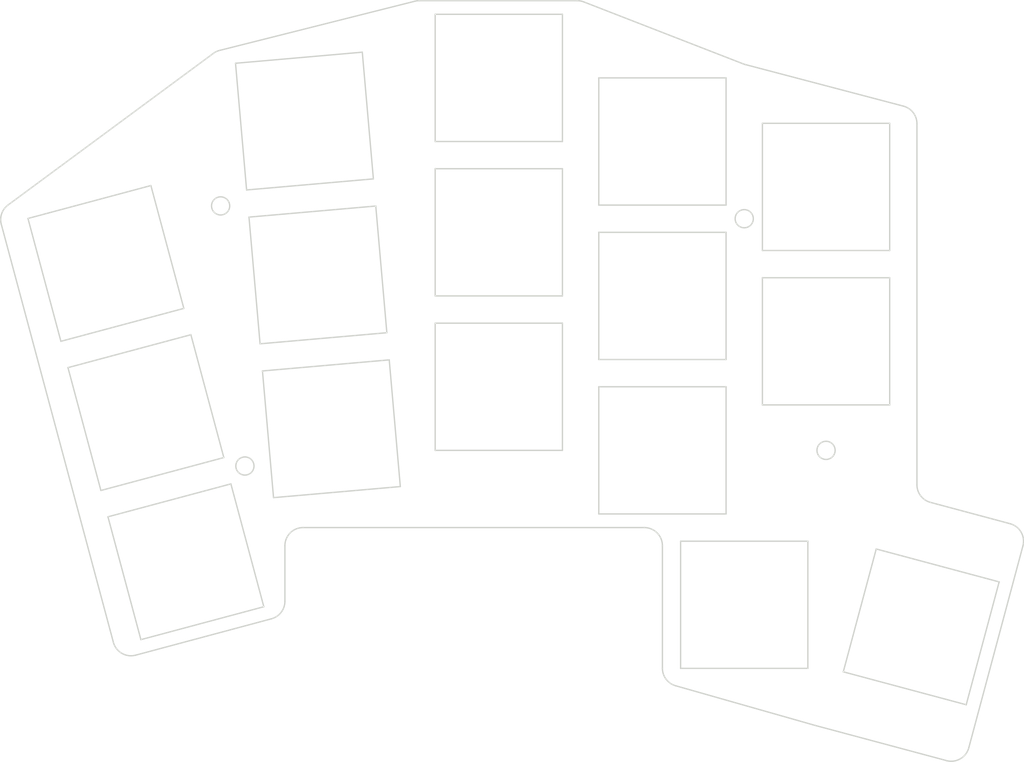
<source format=kicad_pcb>
(kicad_pcb (version 20211014) (generator pcbnew)

  (general
    (thickness 1.6)
  )

  (paper "A3")
  (title_block
    (title "top_plate")
    (rev "v1.0.0")
    (company "Unknown")
  )

  (layers
    (0 "F.Cu" signal)
    (31 "B.Cu" signal)
    (32 "B.Adhes" user "B.Adhesive")
    (33 "F.Adhes" user "F.Adhesive")
    (34 "B.Paste" user)
    (35 "F.Paste" user)
    (36 "B.SilkS" user "B.Silkscreen")
    (37 "F.SilkS" user "F.Silkscreen")
    (38 "B.Mask" user)
    (39 "F.Mask" user)
    (40 "Dwgs.User" user "User.Drawings")
    (41 "Cmts.User" user "User.Comments")
    (42 "Eco1.User" user "User.Eco1")
    (43 "Eco2.User" user "User.Eco2")
    (44 "Edge.Cuts" user)
    (45 "Margin" user)
    (46 "B.CrtYd" user "B.Courtyard")
    (47 "F.CrtYd" user "F.Courtyard")
    (48 "B.Fab" user)
    (49 "F.Fab" user)
  )

  (setup
    (pad_to_mask_clearance 0.05)
    (pcbplotparams
      (layerselection 0x00010fc_ffffffff)
      (disableapertmacros false)
      (usegerberextensions false)
      (usegerberattributes true)
      (usegerberadvancedattributes true)
      (creategerberjobfile true)
      (svguseinch false)
      (svgprecision 6)
      (excludeedgelayer true)
      (plotframeref false)
      (viasonmask false)
      (mode 1)
      (useauxorigin false)
      (hpglpennumber 1)
      (hpglpenspeed 20)
      (hpglpendiameter 15.000000)
      (dxfpolygonmode true)
      (dxfimperialunits true)
      (dxfusepcbnewfont true)
      (psnegative false)
      (psa4output false)
      (plotreference true)
      (plotvalue true)
      (plotinvisibletext false)
      (sketchpadsonfab false)
      (subtractmaskfromsilk false)
      (outputformat 1)
      (mirror false)
      (drillshape 1)
      (scaleselection 1)
      (outputdirectory "")
    )
  )

  (net 0 "")

  (gr_line (start 9.642609 -7.058072) (end 23.589335 -8.278252) (layer "Edge.Cuts") (width 0.15) (tstamp 008da5b9-6f95-4113-b7d0-d93ac62efd33))
  (gr_line (start 61.317105 -54.805486) (end 43.772755 -61.628288) (layer "Edge.Cuts") (width 0.15) (tstamp 011ee658-718d-416a-85fd-961729cd1ee5))
  (gr_circle (center 61.423065 -37.764279) (end 62.423065 -37.764279) (layer "Edge.Cuts") (width 0.15) (fill none) (tstamp 03f57fb4-32a3-4bc6-85b9-fd8ece4a9592))
  (gr_line (start -0.226633 -27.891731) (end -3.8501 -41.414692) (layer "Edge.Cuts") (width 0.15) (tstamp 04cf2f2c-74bf-400d-b4f6-201720df00ed))
  (gr_line (start 27.423065 -29.264279) (end 41.423065 -29.264279) (layer "Edge.Cuts") (width 0.15) (tstamp 0ceb97d6-1b0f-4b71-921e-b0955c30c998))
  (gr_line (start 22.107687 -25.213562) (end 20.887507 -39.160288) (layer "Edge.Cuts") (width 0.15) (tstamp 0fafc6b9-fd35-4a55-9270-7a8e7ce3cb13))
  (gr_line (start 41.423065 -29.264279) (end 41.423065 -43.264279) (layer "Edge.Cuts") (width 0.15) (tstamp 1241b7f2-e266-4f5c-8a97-9f0f9d0eef37))
  (gr_line (start 5.459133 -54.875417) (end 6.679314 -40.928692) (layer "Edge.Cuts") (width 0.15) (tstamp 12a24e86-2c38-4685-bba9-fff8dddb4cb0))
  (gr_arc (start 10.893294 4.346344) (mid 10.480001 5.563867) (end 9.410932 6.278196) (layer "Edge.Cuts") (width 0.15) (tstamp 18c61c95-8af1-4986-b67e-c7af9c15ab6b))
  (gr_line (start 72.319641 12.117062) (end 85.842602 15.740529) (layer "Edge.Cuts") (width 0.15) (tstamp 18ca5aef-6a2c-41ac-9e7f-bf7acb716e53))
  (gr_line (start 77.423065 -31.264279) (end 63.423065 -31.264279) (layer "Edge.Cuts") (width 0.15) (tstamp 18d11f32-e1a6-4f29-8e3c-0bfeb07299bd))
  (gr_line (start -3.8501 -41.414692) (end -17.373062 -37.791226) (layer "Edge.Cuts") (width 0.15) (tstamp 1bdd5841-68b7-42e2-9447-cbdb608d8a08))
  (gr_arc (start 86.126805 20.475423) (mid 85.194953 21.689836) (end 83.677315 21.889637) (layer "Edge.Cuts") (width 0.15) (tstamp 2035ea48-3ef5-4d7f-8c3c-50981b30c89a))
  (gr_line (start 10.893294 4.346344) (end 10.893294 -1.764279) (layer "Edge.Cuts") (width 0.15) (tstamp 22bb6c80-05a9-4d89-98b0-f4c23fe6c1ce))
  (gr_line (start 8.160961 -23.993382) (end 22.107687 -25.213562) (layer "Edge.Cuts") (width 0.15) (tstamp 27b2eb82-662b-42d8-90e6-830fec4bb8d2))
  (gr_line (start -12.973138 -21.370487) (end -9.349671 -7.847525) (layer "Edge.Cuts") (width 0.15) (tstamp 2878a73c-5447-4cd9-8194-14f52ab9459c))
  (gr_line (start 41.423065 -46.264279) (end 41.423065 -60.264279) (layer "Edge.Cuts") (width 0.15) (tstamp 2b5a9ad3-7ec4-447d-916c-47adf5f9674f))
  (gr_line (start -20.306379 -37.147404) (end -7.976935 8.866708) (layer "Edge.Cuts") (width 0.15) (tstamp 2db910a0-b943-40b4-b81f-068ba5265f56))
  (gr_arc (start 53.875583 13.649126) (mid 52.826982 12.930724) (end 52.423065 11.725519) (layer "Edge.Cuts") (width 0.15) (tstamp 2e90e294-82e1-45da-9bf1-b91dfe0dc8f6))
  (gr_line (start 41.423065 -12.264279) (end 41.423065 -26.264279) (layer "Edge.Cuts") (width 0.15) (tstamp 35ef9c4a-35f6-467b-a704-b1d9354880cf))
  (gr_arc (start 3.018804 -55.960991) (mid 3.352477 -56.160574) (end 3.71846 -56.291826) (layer "Edge.Cuts") (width 0.15) (tstamp 3b686d17-1000-4762-ba31-589d599a3edf))
  (gr_line (start 20.62604 -42.148872) (end 19.405859 -56.095598) (layer "Edge.Cuts") (width 0.15) (tstamp 3e0392c0-affc-4114-9de5-1f1cfe79418a))
  (gr_line (start 0.549824 -24.993953) (end -12.973138 -21.370487) (layer "Edge.Cuts") (width 0.15) (tstamp 44646447-0a8e-4aec-a74e-22bf765d0f33))
  (gr_arc (start -5.527445 10.280922) (mid -7.045083 10.081121) (end -7.976935 8.866708) (layer "Edge.Cuts") (width 0.15) (tstamp 4e27930e-1827-4788-aa6b-487321d46602))
  (gr_line (start 68.423065 -2.264279) (end 54.423065 -2.264279) (layer "Edge.Cuts") (width 0.15) (tstamp 501880c3-8633-456f-9add-0e8fa1932ba6))
  (gr_line (start 89.466069 2.217567) (end 75.943107 -1.405899) (layer "Edge.Cuts") (width 0.15) (tstamp 528fd7da-c9a6-40ae-9f1a-60f6a7f4d534))
  (gr_line (start 59.423065 -53.264279) (end 45.423065 -53.264279) (layer "Edge.Cuts") (width 0.15) (tstamp 53e34696-241f-47e5-a477-f469335c8a61))
  (gr_line (start 4.949748 -8.573214) (end -8.573214 -4.949748) (layer "Edge.Cuts") (width 0.15) (tstamp 5701b80f-f006-4814-81c9-0c7f006088a9))
  (gr_line (start 53.875583 13.649125) (end 69.173536 18.003113) (layer "Edge.Cuts") (width 0.15) (tstamp 593b8647-0095-46cc-ba23-3cf2a86edb5e))
  (gr_line (start 45.423065 -36.264279) (end 45.423065 -22.264279) (layer "Edge.Cuts") (width 0.15) (tstamp 5a222fb6-5159-4931-9015-19df65643140))
  (gr_line (start 23.589335 -8.278252) (end 22.369154 -22.224978) (layer "Edge.Cuts") (width 0.15) (tstamp 5d3d7893-1d11-4f1d-9052-85cf0e07d281))
  (gr_line (start 69.203381 18.011358) (end 83.677315 21.889637) (layer "Edge.Cuts") (width 0.15) (tstamp 60aa0ce8-9d0e-48ca-bbf9-866403979e9b))
  (gr_line (start 27.423065 -43.264279) (end 27.423065 -29.264279) (layer "Edge.Cuts") (width 0.15) (tstamp 6241e6d3-a754-45b6-9f7c-e43019b93226))
  (gr_line (start 59.423065 -19.264279) (end 45.423065 -19.264279) (layer "Edge.Cuts") (width 0.15) (tstamp 626679e8-6101-4722-ac57-5b8d9dab4c8b))
  (gr_line (start 77.423065 -17.264279) (end 77.423065 -31.264279) (layer "Edge.Cuts") (width 0.15) (tstamp 6325c32f-c82a-4357-b022-f9c7e76f412e))
  (gr_line (start -8.573214 -4.949748) (end -4.949748 8.573214) (layer "Edge.Cuts") (width 0.15) (tstamp 63c56ea4-91a3-4172-b9de-a4388cc8f894))
  (gr_line (start 19.405859 -56.095598) (end 5.459133 -54.875417) (layer "Edge.Cuts") (width 0.15) (tstamp 6513181c-0a6a-4560-9a18-17450c36ae2a))
  (gr_line (start 20.887507 -39.160288) (end 6.940781 -37.940107) (layer "Edge.Cuts") (width 0.15) (tstamp 66218487-e316-4467-9eba-79d4626ab24e))
  (gr_line (start -4.949748 8.573214) (end 8.573214 4.949748) (layer "Edge.Cuts") (width 0.15) (tstamp 66bc2bca-dab7-4947-a0ff-403cdaf9fb89))
  (gr_line (start 59.423065 -22.264279) (end 59.423065 -36.264279) (layer "Edge.Cuts") (width 0.15) (tstamp 691af561-538d-4e8f-a916-26cad45eb7d6))
  (gr_line (start 77.423065 -34.264279) (end 77.423065 -48.264279) (layer "Edge.Cuts") (width 0.15) (tstamp 6afc19cf-38b4-47a3-bc2b-445b18724310))
  (gr_line (start 78.932052 -50.156651) (end 61.533011 -54.735346) (layer "Edge.Cuts") (width 0.15) (tstamp 72508b1f-1505-46cb-9d37-2081c5a12aca))
  (gr_line (start 22.369154 -22.224978) (end 8.422429 -21.004798) (layer "Edge.Cuts") (width 0.15) (tstamp 79476267-290e-445f-995b-0afd0e11a4b5))
  (gr_arc (start 90.665429 -4.19036) (mid 91.879842 -3.258508) (end 92.079643 -1.74087) (layer "Edge.Cuts") (width 0.15) (tstamp 7a2f50f6-0c99-4e8d-9c2a-8f2f961d2e6d))
  (gr_line (start 3.018805 -55.960991) (end -19.563146 -39.273515) (layer "Edge.Cuts") (width 0.15) (tstamp 7a74c4b1-6243-4a12-85a2-bc41d346e7aa))
  (gr_line (start 85.842602 15.740529) (end 89.466069 2.217567) (layer "Edge.Cuts") (width 0.15) (tstamp 7a879184-fad8-4feb-afb5-86fe8d34f1f7))
  (gr_line (start 59.423065 -36.264279) (end 45.423065 -36.264279) (layer "Edge.Cuts") (width 0.15) (tstamp 7ce7415d-7c22-49f6-8215-488853ccc8c6))
  (gr_line (start 41.423065 -43.264279) (end 27.423065 -43.264279) (layer "Edge.Cuts") (width 0.15) (tstamp 7d0dab95-9e7a-486e-a1d7-fc48860fd57d))
  (gr_line (start 43.047863 -61.764279) (end 25.671314 -61.764279) (layer "Edge.Cuts") (width 0.15) (tstamp 7d76d925-f900-42af-a03f-bb32d2381b09))
  (gr_arc (start 50.423065 -3.764279) (mid 51.837279 -3.178493) (end 52.423065 -1.764279) (layer "Edge.Cuts") (width 0.15) (tstamp 7e1217ba-8a3d-4079-8d7b-b45f90cfbf53))
  (gr_line (start 12.893294 -3.764279) (end 50.423065 -3.764279) (layer "Edge.Cuts") (width 0.15) (tstamp 802c2dc3-ca9f-491e-9d66-7893e89ac34c))
  (gr_line (start 63.423065 -34.264279) (end 77.423065 -34.264279) (layer "Edge.Cuts") (width 0.15) (tstamp 84d296ba-3d39-4264-ad19-947f90c54396))
  (gr_line (start 45.423065 -39.264279) (end 59.423065 -39.264279) (layer "Edge.Cuts") (width 0.15) (tstamp 88002554-c459-46e5-8b22-6ea6fe07fd4c))
  (gr_line (start 8.422429 -21.004798) (end 9.642609 -7.058072) (layer "Edge.Cuts") (width 0.15) (tstamp 8b290a17-6328-4178-9131-29524d345539))
  (gr_line (start 81.905427 -6.537596) (end 90.665429 -4.19036) (layer "Edge.Cuts") (width 0.15) (tstamp 8cd050d6-228c-4da0-9533-b4f8d14cfb34))
  (gr_line (start 59.423065 -39.264279) (end 59.423065 -53.264279) (layer "Edge.Cuts") (width 0.15) (tstamp 8cdc8ef9-532e-4bf5-9998-7213b9e692a2))
  (gr_circle (center 6.493371 -10.539741) (end 7.493371 -10.539741) (layer "Edge.Cuts") (width 0.15) (fill none) (tstamp 90e761f6-1432-4f73-ad28-fa8869b7ec31))
  (gr_line (start 68.423065 11.735721) (end 68.423065 -2.264279) (layer "Edge.Cuts") (width 0.15) (tstamp 91fe070a-a49b-4bc5-805a-42f23e10d114))
  (gr_arc (start -20.306379 -37.147405) (mid -20.262494 -38.325027) (end -19.563146 -39.273515) (layer "Edge.Cuts") (width 0.15) (tstamp 9286cf02-1563-41d2-9931-c192c33bab31))
  (gr_line (start 45.423065 -53.264279) (end 45.423065 -39.264279) (layer "Edge.Cuts") (width 0.15) (tstamp 9390234f-bf3f-46cd-b6a0-8a438ec76e9f))
  (gr_line (start -13.749595 -24.268264) (end -0.226633 -27.891731) (layer "Edge.Cuts") (width 0.15) (tstamp 955cc99e-a129-42cf-abc7-aa99813fdb5f))
  (gr_arc (start 78.932052 -50.156651) (mid 80.007043 -49.443572) (end 80.423065 -48.222502) (layer "Edge.Cuts") (width 0.15) (tstamp 9565d2ee-a4f1-4d08-b2c9-0264233a0d2b))
  (gr_line (start 8.573214 4.949748) (end 4.949748 -8.573214) (layer "Edge.Cuts") (width 0.15) (tstamp 9b6bb172-1ac4-440a-ac75-c1917d9d59c7))
  (gr_line (start 63.423065 -17.264279) (end 77.423065 -17.264279) (layer "Edge.Cuts") (width 0.15) (tstamp 9e813ec2-d4ce-4e2e-b379-c6fedb4c45db))
  (gr_line (start 45.423065 -5.264279) (end 59.423065 -5.264279) (layer "Edge.Cuts") (width 0.15) (tstamp 9f782c92-a5e8-49db-bfda-752b35522ce4))
  (gr_arc (start 10.893294 -1.764279) (mid 11.47908 -3.178493) (end 12.893294 -3.764279) (layer "Edge.Cuts") (width 0.15) (tstamp a5be2cb8-c68d-4180-8412-69a6b4c5b1d4))
  (gr_line (start 27.423065 -26.264279) (end 27.423065 -12.264279) (layer "Edge.Cuts") (width 0.15) (tstamp a7f25f41-0b4c-4430-b6cd-b2160b2db099))
  (gr_line (start 63.423065 -31.264279) (end 63.423065 -17.264279) (layer "Edge.Cuts") (width 0.15) (tstamp a90361cd-254c-4d27-ae1f-9a6c85bafe28))
  (gr_arc (start 81.905427 -6.537595) (mid 80.836358 -7.251924) (end 80.423065 -8.469447) (layer "Edge.Cuts") (width 0.15) (tstamp ae0e6b31-27d7-4383-a4fc-7557b0a19382))
  (gr_line (start -17.373062 -37.791226) (end -13.749595 -24.268264) (layer "Edge.Cuts") (width 0.15) (tstamp aeb03be9-98f0-43f6-9432-1bb35aa04bab))
  (gr_arc (start 61.533011 -54.735346) (mid 61.424062 -54.76735) (end 61.317105 -54.805486) (layer "Edge.Cuts") (width 0.15) (tstamp b287f145-851e-45cc-b200-e62677b551d5))
  (gr_line (start 45.423065 -22.264279) (end 59.423065 -22.264279) (layer "Edge.Cuts") (width 0.15) (tstamp b59f18ce-2e34-4b6e-b14d-8d73b8268179))
  (gr_circle (center 3.821463 -39.172932) (end 4.821463 -39.172932) (layer "Edge.Cuts") (width 0.15) (fill none) (tstamp b78cb2c1-ae4b-4d9b-acd8-d7fe342342f2))
  (gr_line (start 45.423065 -19.264279) (end 45.423065 -5.264279) (layer "Edge.Cuts") (width 0.15) (tstamp b7bf6e08-7978-4190-aff5-c90d967f0f9c))
  (gr_line (start 41.423065 -26.264279) (end 27.423065 -26.264279) (layer "Edge.Cuts") (width 0.15) (tstamp b8b961e9-8a60-45fc-999a-a7a3baff4e0d))
  (gr_arc (start 69.20338 18.011358) (mid 69.188442 18.007293) (end 69.173536 18.003113) (layer "Edge.Cuts") (width 0.15) (tstamp ba6fc20e-7eff-4d5f-81e4-d1fad93be155))
  (gr_line (start 86.126805 20.475423) (end 92.079643 -1.74087) (layer "Edge.Cuts") (width 0.15) (tstamp bde95c06-433a-4c03-bc48-e3abcdb4e054))
  (gr_line (start -9.349671 -7.847525) (end 4.17329 -11.470992) (layer "Edge.Cuts") (width 0.15) (tstamp c25449d6-d734-4953-b762-98f82a830248))
  (gr_line (start 54.423065 -2.264279) (end 54.423065 11.735721) (layer "Edge.Cuts") (width 0.15) (tstamp c454102f-dc92-4550-9492-797fc8e6b49c))
  (gr_line (start 27.423065 -46.264279) (end 41.423065 -46.264279) (layer "Edge.Cuts") (width 0.15) (tstamp c8a44971-63c1-4a19-879d-b6647b2dc08d))
  (gr_line (start 54.423065 11.735721) (end 68.423065 11.735721) (layer "Edge.Cuts") (width 0.15) (tstamp c8a7af6e-c432-4fa3-91ee-c8bf0c5a9ebe))
  (gr_line (start 59.423065 -5.264279) (end 59.423065 -19.264279) (layer "Edge.Cuts") (width 0.15) (tstamp ccc4cc25-ac17-45ef-825c-e079951ffb21))
  (gr_arc (start 25.18235 -61.703587) (mid 25.424956 -61.749048) (end 25.671314 -61.764279) (layer "Edge.Cuts") (width 0.15) (tstamp cebb9021-66d3-4116-98d4-5e6f3c1552be))
  (gr_line (start 6.679314 -40.928692) (end 20.62604 -42.148872) (layer "Edge.Cuts") (width 0.15) (tstamp cf815d51-c956-4c5a-adde-c373cb025b07))
  (gr_line (start 63.423065 -48.264279) (end 63.423065 -34.264279) (layer "Edge.Cuts") (width 0.15) (tstamp d01102e9-b170-4eb1-a0a4-9a31feb850b7))
  (gr_arc (start 43.047863 -61.764278) (mid 43.416632 -61.729986) (end 43.772755 -61.628288) (layer "Edge.Cuts") (width 0.15) (tstamp d1eca865-05c5-48a4-96cf-ed5f8a640e25))
  (gr_line (start 4.17329 -11.470992) (end 0.549824 -24.993953) (layer "Edge.Cuts") (width 0.15) (tstamp d7e4abd8-69f5-4706-b12e-898194e5bf56))
  (gr_line (start 27.423065 -60.264279) (end 27.423065 -46.264279) (layer "Edge.Cuts") (width 0.15) (tstamp da6f4122-0ecc-496f-b0fd-e4abef534976))
  (gr_line (start 6.940781 -37.940107) (end 8.160961 -23.993382) (layer "Edge.Cuts") (width 0.15) (tstamp dca1d7db-c913-4d73-a2cc-fdc9651eda69))
  (gr_line (start 75.943107 -1.405899) (end 72.319641 12.117062) (layer "Edge.Cuts") (width 0.15) (tstamp e413cfad-d7bd-41ab-b8dd-4b67484671a6))
  (gr_line (start 52.423065 11.725519) (end 52.423065 -1.764279) (layer "Edge.Cuts") (width 0.15) (tstamp ed8a7f02-cf05-41d0-97b4-4388ef205e73))
  (gr_line (start 80.423065 -8.469447) (end 80.423065 -48.222502) (layer "Edge.Cuts") (width 0.15) (tstamp eed466bf-cd88-4860-9abf-41a594ca08bd))
  (gr_line (start 41.423065 -60.264279) (end 27.423065 -60.264279) (layer "Edge.Cuts") (width 0.15) (tstamp f1782535-55f4-4299-bd4f-6f51b0b7259c))
  (gr_line (start 25.18235 -61.703587) (end 3.71846 -56.291826) (layer "Edge.Cuts") (width 0.15) (tstamp f1e619ac-5067-41df-8384-776ec70a6093))
  (gr_line (start 27.423065 -12.264279) (end 41.423065 -12.264279) (layer "Edge.Cuts") (width 0.15) (tstamp f357ddb5-3f44-43b0-b00d-d64f5c62ba4a))
  (gr_line (start -5.527445 10.280922) (end 9.410932 6.278196) (layer "Edge.Cuts") (width 0.15) (tstamp f8bd6470-fafd-47f2-8ed5-9449988187ce))
  (gr_circle (center 70.423065 -12.264279) (end 71.423065 -12.264279) (layer "Edge.Cuts") (width 0.15) (fill none) (tstamp f9b1563b-384a-447c-9f47-736504e995c8))
  (gr_line (start 77.423065 -48.264279) (end 63.423065 -48.264279) (layer "Edge.Cuts") (width 0.15) (tstamp fe14c012-3d58-4e5e-9a37-4b9765a7f764))

)

</source>
